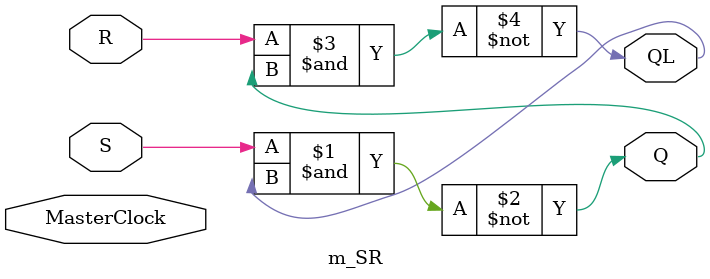
<source format=sv>
module m_SR                                                                     //[LEGO.NET:00237] MODULE SR;
(                                                                               //[LEGO.NET:00237] MODULE SR;

    input    MasterClock,
    input    S,                                                                 //[LEGO.NET:00239] INPUTS	S,R;
    input    R,                                                                 //[LEGO.NET:00239] INPUTS	S,R;
    output    Q,                                                                //[LEGO.NET:00240] OUTPUTS	Q,QL;
    output    QL                                                                //[LEGO.NET:00240] OUTPUTS	Q,QL;
);                                                                              //[LEGO.NET:00237] MODULE SR;
                                                                                //[LEGO.NET:00241] LEVEL FUNCTION;
assign Q = ~(S & QL);                                                           //[LEGO.NET:00243] Q_(Q) = ND2A(S,QL);
assign QL = ~(R & Q);                                                           //[LEGO.NET:00244] QL_(QL) = ND2A(R,Q);
endmodule                                                                       //[LEGO.NET:00245] END MODULE;

</source>
